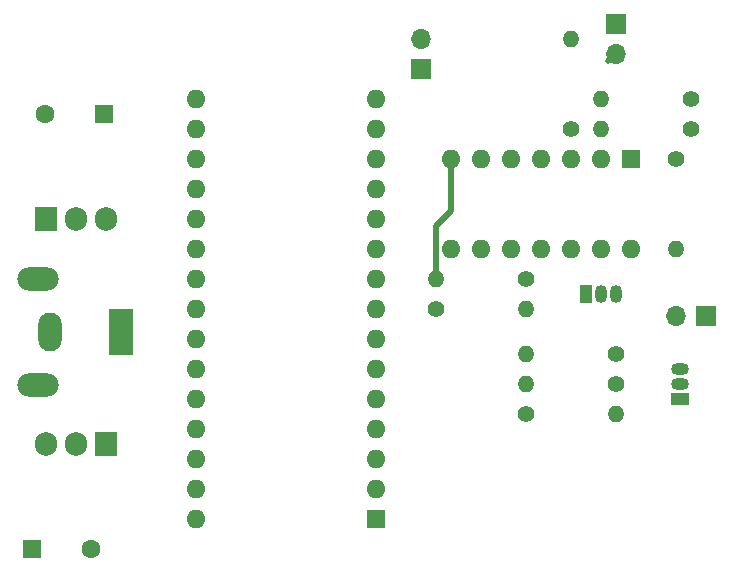
<source format=gbr>
%TF.GenerationSoftware,KiCad,Pcbnew,7.0.2*%
%TF.CreationDate,2024-03-01T12:34:03+01:00*%
%TF.ProjectId,piec_oszust,70696563-5f6f-4737-9a75-73742e6b6963,rev?*%
%TF.SameCoordinates,Original*%
%TF.FileFunction,Copper,L2,Bot*%
%TF.FilePolarity,Positive*%
%FSLAX46Y46*%
G04 Gerber Fmt 4.6, Leading zero omitted, Abs format (unit mm)*
G04 Created by KiCad (PCBNEW 7.0.2) date 2024-03-01 12:34:03*
%MOMM*%
%LPD*%
G01*
G04 APERTURE LIST*
%TA.AperFunction,ComponentPad*%
%ADD10R,1.600000X1.600000*%
%TD*%
%TA.AperFunction,ComponentPad*%
%ADD11O,1.600000X1.600000*%
%TD*%
%TA.AperFunction,ComponentPad*%
%ADD12C,1.400000*%
%TD*%
%TA.AperFunction,ComponentPad*%
%ADD13O,1.400000X1.400000*%
%TD*%
%TA.AperFunction,ComponentPad*%
%ADD14R,1.700000X1.700000*%
%TD*%
%TA.AperFunction,ComponentPad*%
%ADD15O,1.700000X1.700000*%
%TD*%
%TA.AperFunction,ComponentPad*%
%ADD16R,1.905000X2.000000*%
%TD*%
%TA.AperFunction,ComponentPad*%
%ADD17O,1.905000X2.000000*%
%TD*%
%TA.AperFunction,ComponentPad*%
%ADD18C,1.600000*%
%TD*%
%TA.AperFunction,ComponentPad*%
%ADD19R,2.000000X4.000000*%
%TD*%
%TA.AperFunction,ComponentPad*%
%ADD20O,2.000000X3.300000*%
%TD*%
%TA.AperFunction,ComponentPad*%
%ADD21O,3.500000X2.000000*%
%TD*%
%TA.AperFunction,ComponentPad*%
%ADD22R,1.500000X1.050000*%
%TD*%
%TA.AperFunction,ComponentPad*%
%ADD23O,1.500000X1.050000*%
%TD*%
%TA.AperFunction,ComponentPad*%
%ADD24R,1.050000X1.500000*%
%TD*%
%TA.AperFunction,ComponentPad*%
%ADD25O,1.050000X1.500000*%
%TD*%
%TA.AperFunction,Conductor*%
%ADD26C,0.500000*%
%TD*%
G04 APERTURE END LIST*
D10*
%TO.P,A1,1,D1/TX*%
%TO.N,unconnected-(A1-D1{slash}TX-Pad1)*%
X67310000Y-91440000D03*
D11*
%TO.P,A1,2,D0/RX*%
%TO.N,unconnected-(A1-D0{slash}RX-Pad2)*%
X67310000Y-88900000D03*
%TO.P,A1,3,~{RESET}*%
%TO.N,unconnected-(A1-~{RESET}-Pad3)*%
X67310000Y-86360000D03*
%TO.P,A1,4,GND*%
%TO.N,GND*%
X67310000Y-83820000D03*
%TO.P,A1,5,D2*%
%TO.N,unconnected-(A1-D2-Pad5)*%
X67310000Y-81280000D03*
%TO.P,A1,6,D3*%
%TO.N,unconnected-(A1-D3-Pad6)*%
X67310000Y-78740000D03*
%TO.P,A1,7,D4*%
%TO.N,unconnected-(A1-D4-Pad7)*%
X67310000Y-76200000D03*
%TO.P,A1,8,D5*%
%TO.N,unconnected-(A1-D5-Pad8)*%
X67310000Y-73660000D03*
%TO.P,A1,9,D6*%
%TO.N,unconnected-(A1-D6-Pad9)*%
X67310000Y-71120000D03*
%TO.P,A1,10,D7*%
%TO.N,unconnected-(A1-D7-Pad10)*%
X67310000Y-68580000D03*
%TO.P,A1,11,D8*%
%TO.N,unconnected-(A1-D8-Pad11)*%
X67310000Y-66040000D03*
%TO.P,A1,12,D9*%
%TO.N,unconnected-(A1-D9-Pad12)*%
X67310000Y-63500000D03*
%TO.P,A1,13,D10*%
%TO.N,D10*%
X67310000Y-60960000D03*
%TO.P,A1,14,D11*%
%TO.N,unconnected-(A1-D11-Pad14)*%
X67310000Y-58420000D03*
%TO.P,A1,15,D12*%
%TO.N,unconnected-(A1-D12-Pad15)*%
X67310000Y-55880000D03*
%TO.P,A1,16,D13*%
%TO.N,unconnected-(A1-D13-Pad16)*%
X52070000Y-55880000D03*
%TO.P,A1,17,3V3*%
%TO.N,unconnected-(A1-3V3-Pad17)*%
X52070000Y-58420000D03*
%TO.P,A1,18,AREF*%
%TO.N,+5V*%
X52070000Y-60960000D03*
%TO.P,A1,19,A0*%
%TO.N,unconnected-(A1-A0-Pad19)*%
X52070000Y-63500000D03*
%TO.P,A1,20,A1*%
%TO.N,unconnected-(A1-A1-Pad20)*%
X52070000Y-66040000D03*
%TO.P,A1,21,A2*%
%TO.N,unconnected-(A1-A2-Pad21)*%
X52070000Y-68580000D03*
%TO.P,A1,22,A3*%
%TO.N,unconnected-(A1-A3-Pad22)*%
X52070000Y-71120000D03*
%TO.P,A1,23,A4*%
%TO.N,unconnected-(A1-A4-Pad23)*%
X52070000Y-73660000D03*
%TO.P,A1,24,A5*%
%TO.N,unconnected-(A1-A5-Pad24)*%
X52070000Y-76200000D03*
%TO.P,A1,25,A6*%
%TO.N,unconnected-(A1-A6-Pad25)*%
X52070000Y-78740000D03*
%TO.P,A1,26,A7*%
%TO.N,unconnected-(A1-A7-Pad26)*%
X52070000Y-81280000D03*
%TO.P,A1,27,+5V*%
%TO.N,unconnected-(A1-+5V-Pad27)*%
X52070000Y-83820000D03*
%TO.P,A1,28,~{RESET}*%
%TO.N,unconnected-(A1-~{RESET}-Pad28)*%
X52070000Y-86360000D03*
%TO.P,A1,29,GND*%
%TO.N,GND*%
X52070000Y-88900000D03*
%TO.P,A1,30,VIN*%
%TO.N,+5V*%
X52070000Y-91440000D03*
%TD*%
D12*
%TO.P,R1,1*%
%TO.N,D10*%
X92710000Y-60960000D03*
D13*
%TO.P,R1,2*%
%TO.N,Net-(Q1-B)*%
X92710000Y-68580000D03*
%TD*%
D14*
%TO.P,J3,1,Pin_1*%
%TO.N,Net-(J3-Pin_1)*%
X71120000Y-53340000D03*
D15*
%TO.P,J3,2,Pin_2*%
%TO.N,GND*%
X71120000Y-50800000D03*
%TD*%
D16*
%TO.P,U2,1,VI*%
%TO.N,+12V*%
X39370000Y-66040000D03*
D17*
%TO.P,U2,2,GND*%
%TO.N,GND*%
X41910000Y-66040000D03*
%TO.P,U2,3,VO*%
%TO.N,+8V*%
X44450000Y-66040000D03*
%TD*%
D14*
%TO.P,J2,1,Pin_1*%
%TO.N,PWM_OUT_100_1*%
X95250000Y-74295000D03*
D15*
%TO.P,J2,2,Pin_2*%
%TO.N,GND*%
X92710000Y-74295000D03*
%TD*%
D12*
%TO.P,R7,1*%
%TO.N,GND*%
X93980000Y-58420000D03*
D13*
%TO.P,R7,2*%
%TO.N,Net-(U3A--)*%
X86360000Y-58420000D03*
%TD*%
D14*
%TO.P,J4,1,Pin_1*%
%TO.N,PWM_OUT_100_2*%
X87630000Y-49530000D03*
D15*
%TO.P,J4,2,Pin_2*%
%TO.N,GND*%
X87630000Y-52070000D03*
%TD*%
D12*
%TO.P,R3,1*%
%TO.N,PWM_OUT_100_1*%
X87630000Y-80010000D03*
D13*
%TO.P,R3,2*%
%TO.N,+8V*%
X80010000Y-80010000D03*
%TD*%
D12*
%TO.P,R4,1*%
%TO.N,PWM_OUT_100_1*%
X80010000Y-82550000D03*
D13*
%TO.P,R4,2*%
X87630000Y-82550000D03*
%TD*%
D12*
%TO.P,R9,1*%
%TO.N,GND*%
X72390000Y-73660000D03*
D13*
%TO.P,R9,2*%
%TO.N,Net-(R8-Pad1)*%
X80010000Y-73660000D03*
%TD*%
D12*
%TO.P,R8,1*%
%TO.N,Net-(R8-Pad1)*%
X80010000Y-71120000D03*
D13*
%TO.P,R8,2*%
%TO.N,Net-(U3B--)*%
X72390000Y-71120000D03*
%TD*%
D10*
%TO.P,C1,1*%
%TO.N,+5V*%
X38237349Y-93980000D03*
D18*
%TO.P,C1,2*%
%TO.N,GND*%
X43237349Y-93980000D03*
%TD*%
D10*
%TO.P,U3,1*%
%TO.N,Net-(R5-Pad2)*%
X88900000Y-60960000D03*
D11*
%TO.P,U3,2,-*%
%TO.N,Net-(U3A--)*%
X86360000Y-60960000D03*
%TO.P,U3,3,+*%
%TO.N,D10*%
X83820000Y-60960000D03*
%TO.P,U3,4,V+*%
%TO.N,+8V*%
X81280000Y-60960000D03*
%TO.P,U3,5,+*%
%TO.N,Net-(J3-Pin_1)*%
X78740000Y-60960000D03*
%TO.P,U3,6,-*%
%TO.N,Net-(U3B--)*%
X76200000Y-60960000D03*
%TO.P,U3,7*%
X73660000Y-60960000D03*
%TO.P,U3,8*%
%TO.N,unconnected-(U3-Pad8)*%
X73660000Y-68580000D03*
%TO.P,U3,9,-*%
%TO.N,unconnected-(U3C---Pad9)*%
X76200000Y-68580000D03*
%TO.P,U3,10,+*%
%TO.N,unconnected-(U3C-+-Pad10)*%
X78740000Y-68580000D03*
%TO.P,U3,11,V-*%
%TO.N,GND*%
X81280000Y-68580000D03*
%TO.P,U3,12,+*%
%TO.N,unconnected-(U3D-+-Pad12)*%
X83820000Y-68580000D03*
%TO.P,U3,13,-*%
%TO.N,unconnected-(U3D---Pad13)*%
X86360000Y-68580000D03*
%TO.P,U3,14*%
%TO.N,unconnected-(U3-Pad14)*%
X88900000Y-68580000D03*
%TD*%
D12*
%TO.P,R2,1*%
%TO.N,Net-(Q1-C)*%
X87630000Y-77470000D03*
D13*
%TO.P,R2,2*%
%TO.N,+8V*%
X80010000Y-77470000D03*
%TD*%
D10*
%TO.P,C2,1*%
%TO.N,+8V*%
X44312651Y-57150000D03*
D18*
%TO.P,C2,2*%
%TO.N,GND*%
X39312651Y-57150000D03*
%TD*%
D19*
%TO.P,J1,1*%
%TO.N,+12V*%
X45720000Y-75620000D03*
D20*
%TO.P,J1,2*%
%TO.N,GND*%
X39720000Y-75620000D03*
D21*
%TO.P,J1,MP*%
%TO.N,N/C*%
X38720000Y-71120000D03*
X38720000Y-80120000D03*
%TD*%
D12*
%TO.P,R6,1*%
%TO.N,Net-(U3A--)*%
X83820000Y-58420000D03*
D13*
%TO.P,R6,2*%
%TO.N,Net-(R5-Pad2)*%
X83820000Y-50800000D03*
%TD*%
D16*
%TO.P,U1,1,VI*%
%TO.N,+12V*%
X44450000Y-85090000D03*
D17*
%TO.P,U1,2,GND*%
%TO.N,GND*%
X41910000Y-85090000D03*
%TO.P,U1,3,VO*%
%TO.N,+5V*%
X39370000Y-85090000D03*
%TD*%
D22*
%TO.P,Q2,1,C*%
%TO.N,PWM_OUT_100_1*%
X93070000Y-81280000D03*
D23*
%TO.P,Q2,2,B*%
%TO.N,Net-(Q1-C)*%
X93070000Y-80010000D03*
%TO.P,Q2,3,E*%
%TO.N,GND*%
X93070000Y-78740000D03*
%TD*%
D12*
%TO.P,R5,1*%
%TO.N,PWM_OUT_100_2*%
X93980000Y-55880000D03*
D13*
%TO.P,R5,2*%
%TO.N,Net-(R5-Pad2)*%
X86360000Y-55880000D03*
%TD*%
D24*
%TO.P,Q1,1,C*%
%TO.N,Net-(Q1-C)*%
X85090000Y-72390000D03*
D25*
%TO.P,Q1,2,B*%
%TO.N,Net-(Q1-B)*%
X86360000Y-72390000D03*
%TO.P,Q1,3,E*%
%TO.N,GND*%
X87630000Y-72390000D03*
%TD*%
D26*
%TO.N,GND*%
X86995000Y-52705000D02*
X87630000Y-52070000D01*
%TO.N,Net-(U3B--)*%
X72390000Y-66675000D02*
X72390000Y-71120000D01*
X73660000Y-65405000D02*
X72390000Y-66675000D01*
X73660000Y-60960000D02*
X73660000Y-65405000D01*
%TD*%
M02*

</source>
